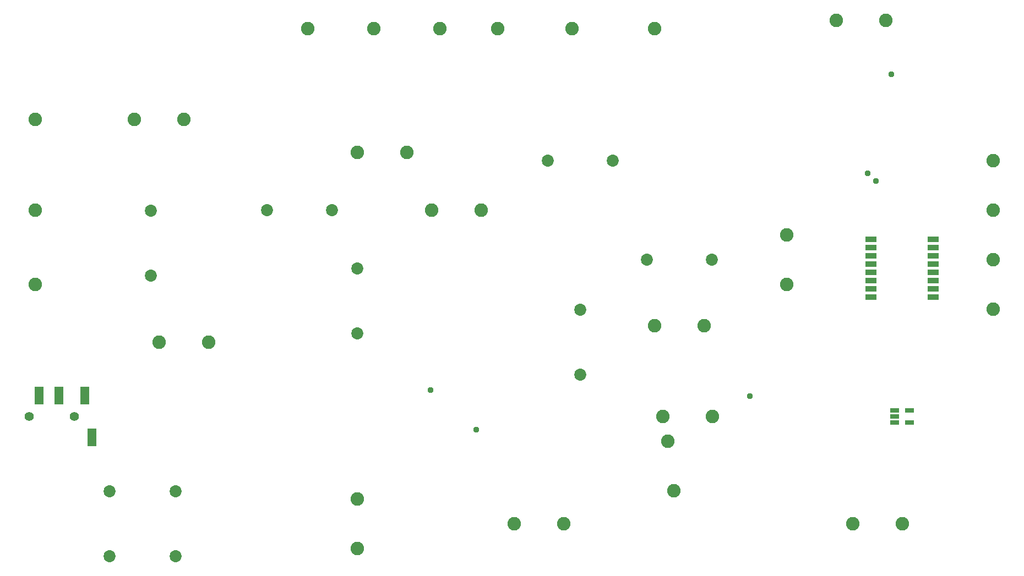
<source format=gbr>
G04 EAGLE Gerber RS-274X export*
G75*
%MOMM*%
%FSLAX34Y34*%
%LPD*%
%INSoldermask Top*%
%IPPOS*%
%AMOC8*
5,1,8,0,0,1.08239X$1,22.5*%
G01*
%ADD10C,2.082800*%
%ADD11C,1.854200*%
%ADD12R,1.727200X0.965200*%
%ADD13R,1.403200X2.703200*%
%ADD14C,1.403200*%
%ADD15R,1.414400X0.704000*%
%ADD16C,0.959600*%


D10*
X482600Y876300D03*
D11*
X901700Y443700D03*
X901700Y343700D03*
X419900Y596900D03*
X519900Y596900D03*
X851700Y673100D03*
X951700Y673100D03*
X558800Y407200D03*
X558800Y507200D03*
X1004100Y520700D03*
X1104100Y520700D03*
D10*
X685800Y876300D03*
D12*
X1349248Y552450D03*
X1349248Y539750D03*
X1349248Y527050D03*
X1349248Y514350D03*
X1349248Y501650D03*
X1349248Y488950D03*
X1349248Y476250D03*
X1349248Y463550D03*
X1444752Y463550D03*
X1444752Y476250D03*
X1444752Y488950D03*
X1444752Y501650D03*
X1444752Y514350D03*
X1444752Y527050D03*
X1444752Y539750D03*
X1444752Y552450D03*
D13*
X140100Y311900D03*
X151100Y246900D03*
X100100Y311900D03*
X70100Y311900D03*
D14*
X54100Y279400D03*
X124100Y279400D03*
D10*
X63500Y736600D03*
X584200Y876300D03*
X1016000Y876300D03*
X889000Y876300D03*
X215900Y736600D03*
X292100Y736600D03*
X1536700Y520700D03*
X1536700Y444500D03*
X1219200Y482600D03*
X1219200Y558800D03*
X558800Y685800D03*
X635000Y685800D03*
X1016000Y419100D03*
X1092200Y419100D03*
X673100Y596900D03*
X749300Y596900D03*
X1320800Y114300D03*
X1397000Y114300D03*
X1295400Y889000D03*
X1371600Y889000D03*
X1036691Y241008D03*
X1046109Y165392D03*
X1536700Y673100D03*
X1536700Y596900D03*
X1028700Y279400D03*
X1104900Y279400D03*
X558800Y76200D03*
X558800Y152400D03*
X63500Y596900D03*
X774700Y876300D03*
X63500Y482600D03*
D15*
X1385500Y288900D03*
X1385500Y279400D03*
X1385500Y269900D03*
X1408500Y269900D03*
X1408500Y288900D03*
D10*
X876300Y114300D03*
X800100Y114300D03*
X254000Y393700D03*
X330200Y393700D03*
D11*
X241300Y596100D03*
X241300Y496100D03*
X279400Y64300D03*
X279400Y164300D03*
X177800Y64300D03*
X177800Y164300D03*
D16*
X742188Y259080D03*
X1162812Y310896D03*
X1380744Y806196D03*
X672084Y320040D03*
X1356360Y641604D03*
X1344168Y653796D03*
M02*

</source>
